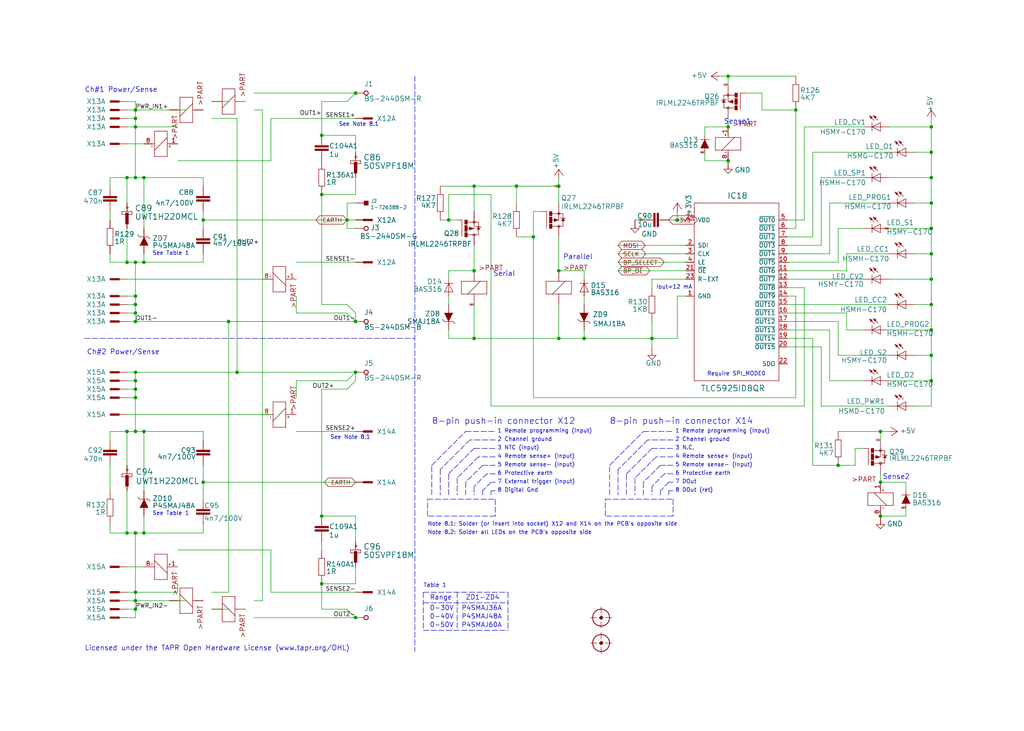
<source format=kicad_sch>
(kicad_sch (version 20210406) (generator eeschema)
  (paper "User" 307.213 219.456)
  (title_block (title "EEZ PSU consolidated") (rev "r5B13a") (comment 3 "Output terminal protection") (comment 4 "Remote sensing and outputs interconnector"))
  (junction (at 38.1 53.34) (diameter 0.9144))
  (junction (at 38.1 78.74) (diameter 0.9144))
  (junction (at 38.1 129.54) (diameter 0.9144))
  (junction (at 38.1 160.02) (diameter 0.9144))
  (junction (at 40.64 33.02) (diameter 0.9144))
  (junction (at 40.64 35.56) (diameter 0.9144))
  (junction (at 40.64 38.1) (diameter 0.9144))
  (junction (at 40.64 53.34) (diameter 0.9144))
  (junction (at 40.64 78.74) (diameter 0.9144))
  (junction (at 40.64 88.9) (diameter 0.9144))
  (junction (at 40.64 91.44) (diameter 0.9144))
  (junction (at 40.64 93.98) (diameter 0.9144))
  (junction (at 40.64 96.52) (diameter 0.9144))
  (junction (at 40.64 111.76) (diameter 0.9144))
  (junction (at 40.64 114.3) (diameter 0.9144))
  (junction (at 40.64 116.84) (diameter 0.9144))
  (junction (at 40.64 119.38) (diameter 0.9144))
  (junction (at 40.64 129.54) (diameter 0.9144))
  (junction (at 40.64 160.02) (diameter 0.9144))
  (junction (at 40.64 177.8) (diameter 0.9144))
  (junction (at 40.64 180.34) (diameter 0.9144))
  (junction (at 40.64 182.88) (diameter 0.9144))
  (junction (at 43.18 53.34) (diameter 0.9144))
  (junction (at 43.18 78.74) (diameter 0.9144))
  (junction (at 43.18 129.54) (diameter 0.9144))
  (junction (at 43.18 160.02) (diameter 0.9144))
  (junction (at 60.96 66.04) (diameter 0.9144))
  (junction (at 60.96 144.78) (diameter 0.9144))
  (junction (at 68.58 96.52) (diameter 0.9144))
  (junction (at 71.12 111.76) (diameter 0.9144))
  (junction (at 96.52 40.64) (diameter 0.9144))
  (junction (at 96.52 58.42) (diameter 0.9144))
  (junction (at 96.52 154.94) (diameter 0.9144))
  (junction (at 96.52 175.26) (diameter 0.9144))
  (junction (at 104.14 66.04) (diameter 0.9144))
  (junction (at 106.68 27.94) (diameter 0.9144))
  (junction (at 106.68 96.52) (diameter 0.9144))
  (junction (at 106.68 111.76) (diameter 0.9144))
  (junction (at 106.68 185.42) (diameter 0.9144))
  (junction (at 134.62 66.04) (diameter 0.9144))
  (junction (at 142.24 55.88) (diameter 0.9144))
  (junction (at 142.24 81.28) (diameter 0.9144))
  (junction (at 142.24 101.6) (diameter 0.9144))
  (junction (at 154.94 55.88) (diameter 0.9144))
  (junction (at 160.02 71.12) (diameter 0.9144))
  (junction (at 167.64 55.88) (diameter 0.9144))
  (junction (at 167.64 81.28) (diameter 0.9144))
  (junction (at 167.64 101.6) (diameter 0.9144))
  (junction (at 175.26 101.6) (diameter 0.9144))
  (junction (at 195.58 101.6) (diameter 0.9144))
  (junction (at 203.2 66.04) (diameter 0.9144))
  (junction (at 218.44 22.86) (diameter 0.9144))
  (junction (at 218.44 38.1) (diameter 0.9144))
  (junction (at 218.44 48.26) (diameter 0.9144))
  (junction (at 238.76 33.02) (diameter 0.9144))
  (junction (at 251.46 139.7) (diameter 0.9144))
  (junction (at 264.16 129.54) (diameter 0.9144))
  (junction (at 264.16 144.78) (diameter 0.9144))
  (junction (at 264.16 154.94) (diameter 0.9144))
  (junction (at 279.4 38.1) (diameter 0.9144))
  (junction (at 279.4 45.72) (diameter 0.9144))
  (junction (at 279.4 53.34) (diameter 0.9144))
  (junction (at 279.4 60.96) (diameter 0.9144))
  (junction (at 279.4 68.58) (diameter 0.9144))
  (junction (at 279.4 76.2) (diameter 0.9144))
  (junction (at 279.4 83.82) (diameter 0.9144))
  (junction (at 279.4 91.44) (diameter 0.9144))
  (junction (at 279.4 99.06) (diameter 0.9144))
  (junction (at 279.4 106.68) (diameter 0.9144))
  (junction (at 279.4 114.3) (diameter 0.9144))
  (wire (pts (xy 33.02 53.34) (xy 33.02 55.88)))
  (wire (pts (xy 33.02 53.34) (xy 38.1 53.34)))
  (wire (pts (xy 33.02 63.5) (xy 33.02 66.04)))
  (wire (pts (xy 33.02 78.74) (xy 33.02 76.2)))
  (wire (pts (xy 33.02 129.54) (xy 33.02 132.08)))
  (wire (pts (xy 33.02 129.54) (xy 38.1 129.54)))
  (wire (pts (xy 33.02 139.7) (xy 33.02 147.32)))
  (wire (pts (xy 33.02 160.02) (xy 33.02 157.48)))
  (wire (pts (xy 33.02 160.02) (xy 38.1 160.02)))
  (wire (pts (xy 38.1 30.48) (xy 40.64 30.48)))
  (wire (pts (xy 38.1 33.02) (xy 40.64 33.02)))
  (wire (pts (xy 38.1 35.56) (xy 40.64 35.56)))
  (wire (pts (xy 38.1 38.1) (xy 40.64 38.1)))
  (wire (pts (xy 38.1 43.18) (xy 45.72 43.18)))
  (wire (pts (xy 38.1 53.34) (xy 38.1 60.96)))
  (wire (pts (xy 38.1 68.58) (xy 38.1 78.74)))
  (wire (pts (xy 38.1 78.74) (xy 33.02 78.74)))
  (wire (pts (xy 38.1 78.74) (xy 40.64 78.74)))
  (wire (pts (xy 38.1 83.82) (xy 81.28 83.82)))
  (wire (pts (xy 38.1 88.9) (xy 40.64 88.9)))
  (wire (pts (xy 38.1 91.44) (xy 40.64 91.44)))
  (wire (pts (xy 38.1 93.98) (xy 40.64 93.98)))
  (wire (pts (xy 38.1 96.52) (xy 40.64 96.52)))
  (wire (pts (xy 38.1 111.76) (xy 40.64 111.76)))
  (wire (pts (xy 38.1 114.3) (xy 40.64 114.3)))
  (wire (pts (xy 38.1 116.84) (xy 40.64 116.84)))
  (wire (pts (xy 38.1 119.38) (xy 40.64 119.38)))
  (wire (pts (xy 38.1 124.46) (xy 81.28 124.46)))
  (wire (pts (xy 38.1 129.54) (xy 38.1 139.7)))
  (wire (pts (xy 38.1 160.02) (xy 38.1 147.32)))
  (wire (pts (xy 38.1 170.18) (xy 45.72 170.18)))
  (wire (pts (xy 38.1 177.8) (xy 40.64 177.8)))
  (wire (pts (xy 38.1 180.34) (xy 40.64 180.34)))
  (wire (pts (xy 38.1 182.88) (xy 40.64 182.88)))
  (wire (pts (xy 38.1 185.42) (xy 40.64 185.42)))
  (wire (pts (xy 40.64 33.02) (xy 40.64 30.48)))
  (wire (pts (xy 40.64 33.02) (xy 55.88 33.02)))
  (wire (pts (xy 40.64 35.56) (xy 40.64 33.02)))
  (wire (pts (xy 40.64 38.1) (xy 40.64 35.56)))
  (wire (pts (xy 40.64 38.1) (xy 40.64 53.34)))
  (wire (pts (xy 40.64 53.34) (xy 38.1 53.34)))
  (wire (pts (xy 40.64 78.74) (xy 43.18 78.74)))
  (wire (pts (xy 40.64 88.9) (xy 40.64 78.74)))
  (wire (pts (xy 40.64 88.9) (xy 40.64 91.44)))
  (wire (pts (xy 40.64 91.44) (xy 40.64 93.98)))
  (wire (pts (xy 40.64 96.52) (xy 40.64 93.98)))
  (wire (pts (xy 40.64 96.52) (xy 68.58 96.52)))
  (wire (pts (xy 40.64 111.76) (xy 71.12 111.76)))
  (wire (pts (xy 40.64 114.3) (xy 40.64 111.76)))
  (wire (pts (xy 40.64 116.84) (xy 40.64 114.3)))
  (wire (pts (xy 40.64 119.38) (xy 40.64 116.84)))
  (wire (pts (xy 40.64 119.38) (xy 40.64 129.54)))
  (wire (pts (xy 40.64 129.54) (xy 38.1 129.54)))
  (wire (pts (xy 40.64 160.02) (xy 38.1 160.02)))
  (wire (pts (xy 40.64 177.8) (xy 40.64 160.02)))
  (wire (pts (xy 40.64 177.8) (xy 40.64 180.34)))
  (wire (pts (xy 40.64 180.34) (xy 40.64 182.88)))
  (wire (pts (xy 40.64 180.34) (xy 55.88 180.34)))
  (wire (pts (xy 40.64 185.42) (xy 40.64 182.88)))
  (wire (pts (xy 43.18 53.34) (xy 40.64 53.34)))
  (wire (pts (xy 43.18 53.34) (xy 60.96 53.34)))
  (wire (pts (xy 43.18 68.58) (xy 43.18 53.34)))
  (wire (pts (xy 43.18 78.74) (xy 43.18 76.2)))
  (wire (pts (xy 43.18 78.74) (xy 60.96 78.74)))
  (wire (pts (xy 43.18 129.54) (xy 40.64 129.54)))
  (wire (pts (xy 43.18 129.54) (xy 60.96 129.54)))
  (wire (pts (xy 43.18 147.32) (xy 43.18 129.54)))
  (wire (pts (xy 43.18 154.94) (xy 43.18 160.02)))
  (wire (pts (xy 43.18 160.02) (xy 40.64 160.02)))
  (wire (pts (xy 43.18 160.02) (xy 60.96 160.02)))
  (wire (pts (xy 53.34 38.1) (xy 40.64 38.1)))
  (wire (pts (xy 53.34 48.26) (xy 81.28 48.26)))
  (wire (pts (xy 53.34 165.1) (xy 81.28 165.1)))
  (wire (pts (xy 53.34 175.26) (xy 53.34 177.8)))
  (wire (pts (xy 53.34 177.8) (xy 40.64 177.8)))
  (wire (pts (xy 60.96 53.34) (xy 60.96 55.88)))
  (wire (pts (xy 60.96 63.5) (xy 60.96 66.04)))
  (wire (pts (xy 60.96 66.04) (xy 60.96 68.58)))
  (wire (pts (xy 60.96 66.04) (xy 104.14 66.04)))
  (wire (pts (xy 60.96 76.2) (xy 60.96 78.74)))
  (wire (pts (xy 60.96 129.54) (xy 60.96 132.08)))
  (wire (pts (xy 60.96 139.7) (xy 60.96 144.78)))
  (wire (pts (xy 60.96 144.78) (xy 60.96 149.86)))
  (wire (pts (xy 60.96 160.02) (xy 60.96 157.48)))
  (wire (pts (xy 63.5 30.48) (xy 68.58 30.48)))
  (wire (pts (xy 63.5 35.56) (xy 71.12 35.56)))
  (wire (pts (xy 63.5 177.8) (xy 68.58 177.8)))
  (wire (pts (xy 63.5 182.88) (xy 68.58 182.88)))
  (wire (pts (xy 68.58 96.52) (xy 106.68 96.52)))
  (wire (pts (xy 68.58 177.8) (xy 68.58 96.52)))
  (wire (pts (xy 71.12 35.56) (xy 71.12 111.76)))
  (wire (pts (xy 71.12 111.76) (xy 106.68 111.76)))
  (wire (pts (xy 76.2 27.94) (xy 106.68 27.94)))
  (wire (pts (xy 76.2 33.02) (xy 78.74 33.02)))
  (wire (pts (xy 76.2 185.42) (xy 106.68 185.42)))
  (wire (pts (xy 78.74 33.02) (xy 78.74 180.34)))
  (wire (pts (xy 78.74 180.34) (xy 76.2 180.34)))
  (wire (pts (xy 81.28 35.56) (xy 106.68 35.56)))
  (wire (pts (xy 81.28 48.26) (xy 81.28 35.56)))
  (wire (pts (xy 81.28 165.1) (xy 81.28 177.8)))
  (wire (pts (xy 81.28 177.8) (xy 106.68 177.8)))
  (wire (pts (xy 88.9 88.9) (xy 88.9 93.98)))
  (wire (pts (xy 88.9 93.98) (xy 104.14 93.98)))
  (wire (pts (xy 88.9 114.3) (xy 104.14 114.3)))
  (wire (pts (xy 88.9 119.38) (xy 88.9 114.3)))
  (wire (pts (xy 88.9 129.54) (xy 106.68 129.54)))
  (wire (pts (xy 96.52 30.48) (xy 104.14 30.48)))
  (wire (pts (xy 96.52 40.64) (xy 96.52 30.48)))
  (wire (pts (xy 96.52 40.64) (xy 106.68 40.64)))
  (wire (pts (xy 96.52 58.42) (xy 96.52 91.44)))
  (wire (pts (xy 96.52 58.42) (xy 106.68 58.42)))
  (wire (pts (xy 96.52 91.44) (xy 104.14 91.44)))
  (wire (pts (xy 96.52 116.84) (xy 104.14 116.84)))
  (wire (pts (xy 96.52 154.94) (xy 96.52 116.84)))
  (wire (pts (xy 96.52 154.94) (xy 106.68 154.94)))
  (wire (pts (xy 96.52 165.1) (xy 96.52 162.56)))
  (wire (pts (xy 96.52 175.26) (xy 96.52 182.88)))
  (wire (pts (xy 96.52 175.26) (xy 106.68 175.26)))
  (wire (pts (xy 96.52 182.88) (xy 104.14 182.88)))
  (wire (pts (xy 104.14 30.48) (xy 106.68 27.94)))
  (wire (pts (xy 104.14 60.96) (xy 104.14 66.04)))
  (wire (pts (xy 104.14 68.58) (xy 104.14 66.04)))
  (wire (pts (xy 104.14 91.44) (xy 106.68 93.98)))
  (wire (pts (xy 104.14 93.98) (xy 106.68 96.52)))
  (wire (pts (xy 104.14 114.3) (xy 106.68 111.76)))
  (wire (pts (xy 104.14 116.84) (xy 106.68 114.3)))
  (wire (pts (xy 104.14 182.88) (xy 106.68 185.42)))
  (wire (pts (xy 106.68 40.64) (xy 106.68 45.72)))
  (wire (pts (xy 106.68 58.42) (xy 106.68 53.34)))
  (wire (pts (xy 106.68 60.96) (xy 104.14 60.96)))
  (wire (pts (xy 106.68 66.04) (xy 104.14 66.04)))
  (wire (pts (xy 106.68 68.58) (xy 104.14 68.58)))
  (wire (pts (xy 106.68 78.74) (xy 88.9 78.74)))
  (wire (pts (xy 106.68 93.98) (xy 106.68 96.52)))
  (wire (pts (xy 106.68 114.3) (xy 106.68 111.76)))
  (wire (pts (xy 106.68 144.78) (xy 60.96 144.78)))
  (wire (pts (xy 106.68 154.94) (xy 106.68 162.56)))
  (wire (pts (xy 106.68 175.26) (xy 106.68 170.18)))
  (wire (pts (xy 134.62 58.42) (xy 134.62 66.04)))
  (wire (pts (xy 134.62 58.42) (xy 147.32 58.42)))
  (wire (pts (xy 134.62 66.04) (xy 132.08 66.04)))
  (wire (pts (xy 134.62 81.28) (xy 134.62 83.82)))
  (wire (pts (xy 134.62 91.44) (xy 134.62 88.9)))
  (wire (pts (xy 134.62 101.6) (xy 134.62 99.06)))
  (wire (pts (xy 137.16 66.04) (xy 134.62 66.04)))
  (wire (pts (xy 142.24 55.88) (xy 132.08 55.88)))
  (wire (pts (xy 142.24 55.88) (xy 154.94 55.88)))
  (wire (pts (xy 142.24 63.5) (xy 142.24 55.88)))
  (wire (pts (xy 142.24 73.66) (xy 142.24 81.28)))
  (wire (pts (xy 142.24 81.28) (xy 134.62 81.28)))
  (wire (pts (xy 142.24 91.44) (xy 142.24 101.6)))
  (wire (pts (xy 142.24 101.6) (xy 134.62 101.6)))
  (wire (pts (xy 142.24 101.6) (xy 167.64 101.6)))
  (wire (pts (xy 147.32 121.92) (xy 147.32 58.42)))
  (wire (pts (xy 154.94 55.88) (xy 167.64 55.88)))
  (wire (pts (xy 154.94 60.96) (xy 154.94 55.88)))
  (wire (pts (xy 154.94 71.12) (xy 160.02 71.12)))
  (wire (pts (xy 160.02 63.5) (xy 162.56 63.5)))
  (wire (pts (xy 160.02 71.12) (xy 160.02 63.5)))
  (wire (pts (xy 160.02 119.38) (xy 160.02 71.12)))
  (wire (pts (xy 167.64 55.88) (xy 167.64 53.34)))
  (wire (pts (xy 167.64 55.88) (xy 167.64 60.96)))
  (wire (pts (xy 167.64 81.28) (xy 167.64 71.12)))
  (wire (pts (xy 167.64 81.28) (xy 175.26 81.28)))
  (wire (pts (xy 167.64 91.44) (xy 167.64 101.6)))
  (wire (pts (xy 167.64 101.6) (xy 175.26 101.6)))
  (wire (pts (xy 175.26 81.28) (xy 175.26 83.82)))
  (wire (pts (xy 175.26 91.44) (xy 175.26 88.9)))
  (wire (pts (xy 175.26 99.06) (xy 175.26 101.6)))
  (wire (pts (xy 175.26 101.6) (xy 195.58 101.6)))
  (wire (pts (xy 185.42 73.66) (xy 205.74 73.66)))
  (wire (pts (xy 185.42 76.2) (xy 205.74 76.2)))
  (wire (pts (xy 185.42 78.74) (xy 205.74 78.74)))
  (wire (pts (xy 185.42 81.28) (xy 205.74 81.28)))
  (wire (pts (xy 193.04 66.04) (xy 190.5 66.04)))
  (wire (pts (xy 195.58 83.82) (xy 195.58 86.36)))
  (wire (pts (xy 195.58 96.52) (xy 195.58 101.6)))
  (wire (pts (xy 195.58 101.6) (xy 203.2 101.6)))
  (wire (pts (xy 195.58 104.14) (xy 195.58 101.6)))
  (wire (pts (xy 200.66 66.04) (xy 203.2 66.04)))
  (wire (pts (xy 203.2 66.04) (xy 203.2 63.5)))
  (wire (pts (xy 203.2 66.04) (xy 205.74 66.04)))
  (wire (pts (xy 203.2 88.9) (xy 203.2 101.6)))
  (wire (pts (xy 205.74 83.82) (xy 195.58 83.82)))
  (wire (pts (xy 205.74 88.9) (xy 203.2 88.9)))
  (wire (pts (xy 211.455 38.1) (xy 211.455 40.64)))
  (wire (pts (xy 211.455 45.72) (xy 211.455 48.26)))
  (wire (pts (xy 211.455 48.26) (xy 218.44 48.26)))
  (wire (pts (xy 215.9 22.86) (xy 218.44 22.86)))
  (wire (pts (xy 218.44 22.86) (xy 238.76 22.86)))
  (wire (pts (xy 218.44 25.4) (xy 218.44 22.86)))
  (wire (pts (xy 218.44 35.56) (xy 218.44 38.1)))
  (wire (pts (xy 218.44 38.1) (xy 211.455 38.1)))
  (wire (pts (xy 223.52 27.94) (xy 228.6 27.94)))
  (wire (pts (xy 228.6 27.94) (xy 228.6 33.02)))
  (wire (pts (xy 228.6 33.02) (xy 238.76 33.02)))
  (wire (pts (xy 236.22 66.04) (xy 241.3 66.04)))
  (wire (pts (xy 236.22 68.58) (xy 238.76 68.58)))
  (wire (pts (xy 236.22 71.12) (xy 243.84 71.12)))
  (wire (pts (xy 236.22 73.66) (xy 246.38 73.66)))
  (wire (pts (xy 236.22 76.2) (xy 248.92 76.2)))
  (wire (pts (xy 236.22 78.74) (xy 251.46 78.74)))
  (wire (pts (xy 236.22 86.36) (xy 241.3 86.36)))
  (wire (pts (xy 236.22 88.9) (xy 238.76 88.9)))
  (wire (pts (xy 236.22 91.44) (xy 266.7 91.44)))
  (wire (pts (xy 236.22 93.98) (xy 254 93.98)))
  (wire (pts (xy 236.22 96.52) (xy 251.46 96.52)))
  (wire (pts (xy 236.22 99.06) (xy 248.92 99.06)))
  (wire (pts (xy 236.22 101.6) (xy 243.84 101.6)))
  (wire (pts (xy 236.22 104.14) (xy 246.38 104.14)))
  (wire (pts (xy 238.76 68.58) (xy 238.76 33.02)))
  (wire (pts (xy 238.76 88.9) (xy 238.76 119.38)))
  (wire (pts (xy 238.76 119.38) (xy 160.02 119.38)))
  (wire (pts (xy 241.3 66.04) (xy 241.3 38.1)))
  (wire (pts (xy 241.3 86.36) (xy 241.3 121.92)))
  (wire (pts (xy 241.3 121.92) (xy 147.32 121.92)))
  (wire (pts (xy 243.84 71.12) (xy 243.84 45.72)))
  (wire (pts (xy 243.84 101.6) (xy 243.84 139.7)))
  (wire (pts (xy 243.84 139.7) (xy 251.46 139.7)))
  (wire (pts (xy 246.38 53.34) (xy 259.08 53.34)))
  (wire (pts (xy 246.38 73.66) (xy 246.38 53.34)))
  (wire (pts (xy 246.38 104.14) (xy 246.38 121.92)))
  (wire (pts (xy 248.92 60.96) (xy 266.7 60.96)))
  (wire (pts (xy 248.92 76.2) (xy 248.92 60.96)))
  (wire (pts (xy 248.92 99.06) (xy 248.92 114.3)))
  (wire (pts (xy 248.92 114.3) (xy 259.08 114.3)))
  (wire (pts (xy 251.46 68.58) (xy 259.08 68.58)))
  (wire (pts (xy 251.46 78.74) (xy 251.46 68.58)))
  (wire (pts (xy 251.46 96.52) (xy 251.46 106.68)))
  (wire (pts (xy 251.46 106.68) (xy 266.7 106.68)))
  (wire (pts (xy 254 76.2) (xy 254 81.28)))
  (wire (pts (xy 254 81.28) (xy 236.22 81.28)))
  (wire (pts (xy 254 93.98) (xy 254 99.06)))
  (wire (pts (xy 254 99.06) (xy 259.08 99.06)))
  (wire (pts (xy 256.54 134.62) (xy 259.08 134.62)))
  (wire (pts (xy 256.54 139.7) (xy 251.46 139.7)))
  (wire (pts (xy 256.54 139.7) (xy 256.54 134.62)))
  (wire (pts (xy 259.08 38.1) (xy 241.3 38.1)))
  (wire (pts (xy 259.08 83.82) (xy 236.22 83.82)))
  (wire (pts (xy 264.16 129.54) (xy 251.46 129.54)))
  (wire (pts (xy 264.16 132.08) (xy 264.16 129.54)))
  (wire (pts (xy 264.16 142.24) (xy 264.16 144.78)))
  (wire (pts (xy 264.16 144.78) (xy 271.78 144.78)))
  (wire (pts (xy 266.7 38.1) (xy 279.4 38.1)))
  (wire (pts (xy 266.7 45.72) (xy 243.84 45.72)))
  (wire (pts (xy 266.7 53.34) (xy 279.4 53.34)))
  (wire (pts (xy 266.7 68.58) (xy 279.4 68.58)))
  (wire (pts (xy 266.7 76.2) (xy 254 76.2)))
  (wire (pts (xy 266.7 83.82) (xy 279.4 83.82)))
  (wire (pts (xy 266.7 99.06) (xy 279.4 99.06)))
  (wire (pts (xy 266.7 114.3) (xy 279.4 114.3)))
  (wire (pts (xy 266.7 121.92) (xy 246.38 121.92)))
  (wire (pts (xy 266.7 129.54) (xy 264.16 129.54)))
  (wire (pts (xy 271.78 144.78) (xy 271.78 147.32)))
  (wire (pts (xy 271.78 152.4) (xy 271.78 154.94)))
  (wire (pts (xy 271.78 154.94) (xy 264.16 154.94)))
  (wire (pts (xy 274.32 45.72) (xy 279.4 45.72)))
  (wire (pts (xy 274.32 60.96) (xy 279.4 60.96)))
  (wire (pts (xy 274.32 76.2) (xy 279.4 76.2)))
  (wire (pts (xy 274.32 91.44) (xy 279.4 91.44)))
  (wire (pts (xy 274.32 106.68) (xy 279.4 106.68)))
  (wire (pts (xy 274.32 121.92) (xy 279.4 121.92)))
  (wire (pts (xy 279.4 38.1) (xy 279.4 35.56)))
  (wire (pts (xy 279.4 38.1) (xy 279.4 45.72)))
  (wire (pts (xy 279.4 45.72) (xy 279.4 53.34)))
  (wire (pts (xy 279.4 53.34) (xy 279.4 60.96)))
  (wire (pts (xy 279.4 60.96) (xy 279.4 68.58)))
  (wire (pts (xy 279.4 76.2) (xy 279.4 68.58)))
  (wire (pts (xy 279.4 83.82) (xy 279.4 76.2)))
  (wire (pts (xy 279.4 91.44) (xy 279.4 83.82)))
  (wire (pts (xy 279.4 99.06) (xy 279.4 91.44)))
  (wire (pts (xy 279.4 99.06) (xy 279.4 106.68)))
  (wire (pts (xy 279.4 106.68) (xy 279.4 114.3)))
  (wire (pts (xy 279.4 121.92) (xy 279.4 114.3)))
  (polyline (pts (xy 25.4 101.6) (xy 124.46 101.6)) (stroke (width 0) (type dash)))
  (polyline (pts (xy 124.46 22.86) (xy 124.46 195.58)) (stroke (width 0) (type dash)))
  (polyline (pts (xy 127 177.8) (xy 127 189.23)) (stroke (width 0) (type dash)))
  (polyline (pts (xy 127 177.8) (xy 152.4 177.8)) (stroke (width 0) (type dash)))
  (polyline (pts (xy 127 180.975) (xy 152.4 180.975)) (stroke (width 0) (type dash)))
  (polyline (pts (xy 127 189.23) (xy 152.4 189.23)) (stroke (width 0) (type dash)))
  (polyline (pts (xy 128.27 149.86) (xy 148.59 149.86)) (stroke (width 0) (type dash)))
  (polyline (pts (xy 128.27 154.94) (xy 128.27 149.86)) (stroke (width 0) (type dash)))
  (polyline (pts (xy 129.54 139.7) (xy 139.7 129.54)) (stroke (width 0) (type dash)))
  (polyline (pts (xy 129.54 148.59) (xy 129.54 139.7)) (stroke (width 0) (type dash)))
  (polyline (pts (xy 132.08 140.97) (xy 132.08 148.59)) (stroke (width 0) (type dash)))
  (polyline (pts (xy 134.62 142.24) (xy 142.24 134.62)) (stroke (width 0) (type dash)))
  (polyline (pts (xy 134.62 148.59) (xy 134.62 142.24)) (stroke (width 0) (type dash)))
  (polyline (pts (xy 137.16 143.51) (xy 137.16 148.59)) (stroke (width 0) (type dash)))
  (polyline (pts (xy 137.16 177.8) (xy 137.16 189.23)) (stroke (width 0) (type dash)))
  (polyline (pts (xy 139.7 129.54) (xy 148.59 129.54)) (stroke (width 0) (type dash)))
  (polyline (pts (xy 139.7 144.78) (xy 139.7 148.59)) (stroke (width 0) (type dash)))
  (polyline (pts (xy 140.97 132.08) (xy 132.08 140.97)) (stroke (width 0) (type dash)))
  (polyline (pts (xy 142.24 134.62) (xy 148.59 134.62)) (stroke (width 0) (type dash)))
  (polyline (pts (xy 142.24 146.05) (xy 142.24 148.59)) (stroke (width 0) (type dash)))
  (polyline (pts (xy 143.51 137.16) (xy 137.16 143.51)) (stroke (width 0) (type dash)))
  (polyline (pts (xy 144.78 139.7) (xy 139.7 144.78)) (stroke (width 0) (type dash)))
  (polyline (pts (xy 144.78 147.32) (xy 144.78 148.59)) (stroke (width 0) (type dash)))
  (polyline (pts (xy 146.05 142.24) (xy 142.24 146.05)) (stroke (width 0) (type dash)))
  (polyline (pts (xy 147.32 144.78) (xy 144.78 147.32)) (stroke (width 0) (type dash)))
  (polyline (pts (xy 147.32 144.78) (xy 148.59 144.78)) (stroke (width 0) (type dash)))
  (polyline (pts (xy 147.32 148.59) (xy 147.32 147.32)) (stroke (width 0) (type dash)))
  (polyline (pts (xy 148.59 132.08) (xy 140.97 132.08)) (stroke (width 0) (type dash)))
  (polyline (pts (xy 148.59 137.16) (xy 143.51 137.16)) (stroke (width 0) (type dash)))
  (polyline (pts (xy 148.59 139.7) (xy 144.78 139.7)) (stroke (width 0) (type dash)))
  (polyline (pts (xy 148.59 142.24) (xy 146.05 142.24)) (stroke (width 0) (type dash)))
  (polyline (pts (xy 148.59 147.32) (xy 147.32 147.32)) (stroke (width 0) (type dash)))
  (polyline (pts (xy 148.59 149.86) (xy 148.59 154.94)) (stroke (width 0) (type dash)))
  (polyline (pts (xy 148.59 154.94) (xy 128.27 154.94)) (stroke (width 0) (type dash)))
  (polyline (pts (xy 152.4 177.8) (xy 152.4 189.23)) (stroke (width 0) (type dash)))
  (polyline (pts (xy 181.61 149.86) (xy 201.93 149.86)) (stroke (width 0) (type dash)))
  (polyline (pts (xy 181.61 154.94) (xy 181.61 149.86)) (stroke (width 0) (type dash)))
  (polyline (pts (xy 182.88 139.7) (xy 193.04 129.54)) (stroke (width 0) (type dash)))
  (polyline (pts (xy 182.88 148.59) (xy 182.88 139.7)) (stroke (width 0) (type dash)))
  (polyline (pts (xy 185.42 140.97) (xy 185.42 148.59)) (stroke (width 0) (type dash)))
  (polyline (pts (xy 187.96 142.24) (xy 195.58 134.62)) (stroke (width 0) (type dash)))
  (polyline (pts (xy 187.96 148.59) (xy 187.96 142.24)) (stroke (width 0) (type dash)))
  (polyline (pts (xy 190.5 143.51) (xy 190.5 148.59)) (stroke (width 0) (type dash)))
  (polyline (pts (xy 193.04 129.54) (xy 201.93 129.54)) (stroke (width 0) (type dash)))
  (polyline (pts (xy 193.04 144.78) (xy 193.04 148.59)) (stroke (width 0) (type dash)))
  (polyline (pts (xy 194.31 132.08) (xy 185.42 140.97)) (stroke (width 0) (type dash)))
  (polyline (pts (xy 195.58 134.62) (xy 201.93 134.62)) (stroke (width 0) (type dash)))
  (polyline (pts (xy 195.58 146.05) (xy 195.58 148.59)) (stroke (width 0) (type dash)))
  (polyline (pts (xy 196.85 137.16) (xy 190.5 143.51)) (stroke (width 0) (type dash)))
  (polyline (pts (xy 198.12 139.7) (xy 193.04 144.78)) (stroke (width 0) (type dash)))
  (polyline (pts (xy 198.12 147.32) (xy 198.12 148.59)) (stroke (width 0) (type dash)))
  (polyline (pts (xy 199.39 142.24) (xy 195.58 146.05)) (stroke (width 0) (type dash)))
  (polyline (pts (xy 200.66 144.78) (xy 198.12 147.32)) (stroke (width 0) (type dash)))
  (polyline (pts (xy 200.66 144.78) (xy 201.93 144.78)) (stroke (width 0) (type dash)))
  (polyline (pts (xy 200.66 148.59) (xy 200.66 147.32)) (stroke (width 0) (type dash)))
  (polyline (pts (xy 201.93 132.08) (xy 194.31 132.08)) (stroke (width 0) (type dash)))
  (polyline (pts (xy 201.93 137.16) (xy 196.85 137.16)) (stroke (width 0) (type dash)))
  (polyline (pts (xy 201.93 139.7) (xy 198.12 139.7)) (stroke (width 0) (type dash)))
  (polyline (pts (xy 201.93 142.24) (xy 199.39 142.24)) (stroke (width 0) (type dash)))
  (polyline (pts (xy 201.93 147.32) (xy 200.66 147.32)) (stroke (width 0) (type dash)))
  (polyline (pts (xy 201.93 149.86) (xy 201.93 154.94)) (stroke (width 0) (type dash)))
  (polyline (pts (xy 201.93 154.94) (xy 181.61 154.94)) (stroke (width 0) (type dash)))
  (text "Ch#1 Power/Sense" (at 25.4 27.94 0) (effects (font (size 1.4986 1.4986)) (justify left bottom)))
  (text "Licensed under the TAPR Open Hardware License (www.tapr.org/OHL)" (at 25.4 195.58 0) (effects (font (size 1.4986 1.4986)) (justify left bottom)))
  (text "Ch#2 Power/Sense" (at 26.035 106.68 0) (effects (font (size 1.4986 1.4986)) (justify left bottom)))
  (text "See Table 1" (at 45.72 76.835 0) (effects (font (size 1.1938 1.1938)) (justify left bottom)))
  (text "See Table 1" (at 45.72 154.94 0) (effects (font (size 1.1938 1.1938)) (justify left bottom)))
  (text "See Note 8.1" (at 99.06 132.08 0) (effects (font (size 1.1938 1.1938)) (justify left bottom)))
  (text "See Note 8.1" (at 101.6 38.1 0) (effects (font (size 1.1938 1.1938)) (justify left bottom)))
  (text "Table 1" (at 127 176.53 0) (effects (font (size 1.1938 1.1938)) (justify left bottom)))
  (text "Note 8.1: Solder (or insert into socket~) X12 and X14 on the PCB's opposite side" (at 128.27 158.115 0) (effects (font (size 1.1938 1.1938)) (justify left bottom)))
  (text "Note 8.2: Solder all LEDs on the PCB's opposite side" (at 128.27 160.655 0) (effects (font (size 1.1938 1.1938)) (justify left bottom)))
  (text "Range" (at 128.905 180.34 0) (effects (font (size 1.4224 1.4224)) (justify left bottom)))
  (text "0-30V" (at 128.905 183.515 0) (effects (font (size 1.4224 1.4224)) (justify left bottom)))
  (text "0-40V" (at 128.905 186.055 0) (effects (font (size 1.4224 1.4224)) (justify left bottom)))
  (text "0-50V" (at 128.905 188.595 0) (effects (font (size 1.4224 1.4224)) (justify left bottom)))
  (text "8-pin push-in connector X12" (at 129.54 127.635 0) (effects (font (size 1.8542 1.8542)) (justify left bottom)))
  (text "P4SMAJ36A" (at 138.43 183.515 0) (effects (font (size 1.4224 1.4224)) (justify left bottom)))
  (text "P4SMAJ48A" (at 138.43 186.055 0) (effects (font (size 1.4224 1.4224)) (justify left bottom)))
  (text "P4SMAJ60A" (at 138.43 188.595 0) (effects (font (size 1.4224 1.4224)) (justify left bottom)))
  (text "ZD1-ZD4" (at 139.7 180.34 0) (effects (font (size 1.4224 1.4224)) (justify left bottom)))
  (text "Serial" (at 147.955 83.185 0) (effects (font (size 1.4986 1.4986)) (justify left bottom)))
  (text "1 Remote programming (Input)" (at 149.225 130.175 0) (effects (font (size 1.1938 1.1938)) (justify left bottom)))
  (text "2 Channel ground" (at 149.225 132.715 0) (effects (font (size 1.1938 1.1938)) (justify left bottom)))
  (text "3 NTC (Input)" (at 149.225 135.255 0) (effects (font (size 1.1938 1.1938)) (justify left bottom)))
  (text "4 Remote sense+ (Input)" (at 149.225 137.795 0) (effects (font (size 1.1938 1.1938)) (justify left bottom)))
  (text "5 Remote sense- (Input)" (at 149.225 140.335 0) (effects (font (size 1.1938 1.1938)) (justify left bottom)))
  (text "6 Protective earth" (at 149.225 142.875 0) (effects (font (size 1.1938 1.1938)) (justify left bottom)))
  (text "7 External trigger (Input)" (at 149.225 145.415 0) (effects (font (size 1.1938 1.1938)) (justify left bottom)))
  (text "8 Digital Gnd" (at 149.225 147.955 0) (effects (font (size 1.1938 1.1938)) (justify left bottom)))
  (text "Parallel" (at 168.91 78.105 0) (effects (font (size 1.4986 1.4986)) (justify left bottom)))
  (text "8-pin push-in connector X14" (at 182.88 127.635 0) (effects (font (size 1.8542 1.8542)) (justify left bottom)))
  (text "Iout=12 mA" (at 196.85 86.995 0) (effects (font (size 1.1938 1.1938)) (justify left bottom)))
  (text "1 Remote programming (Input)" (at 202.565 130.175 0) (effects (font (size 1.1938 1.1938)) (justify left bottom)))
  (text "2 Channel ground" (at 202.565 132.715 0) (effects (font (size 1.1938 1.1938)) (justify left bottom)))
  (text "3 N.C." (at 202.565 135.255 0) (effects (font (size 1.1938 1.1938)) (justify left bottom)))
  (text "4 Remote sense+ (Input)" (at 202.565 137.795 0) (effects (font (size 1.1938 1.1938)) (justify left bottom)))
  (text "5 Remote sense- (Input)" (at 202.565 140.335 0) (effects (font (size 1.1938 1.1938)) (justify left bottom)))
  (text "6 Protective earth" (at 202.565 142.875 0) (effects (font (size 1.1938 1.1938)) (justify left bottom)))
  (text "7 DOut" (at 202.565 145.415 0) (effects (font (size 1.1938 1.1938)) (justify left bottom)))
  (text "8 DOut (ret)" (at 202.565 147.955 0) (effects (font (size 1.1938 1.1938)) (justify left bottom)))
  (text "Require SPI_MODE0" (at 212.09 113.03 0) (effects (font (size 1.1938 1.1938)) (justify left bottom)))
  (text "Sense1" (at 217.17 37.465 0) (effects (font (size 1.4986 1.4986)) (justify left bottom)))
  (text "Sense2" (at 264.795 144.145 0) (effects (font (size 1.4986 1.4986)) (justify left bottom)))
  (label "PWR_IN1+" (at 40.64 33.02 0))
  (label "OUT1-" (at 40.64 96.52 0))
  (label "PWR_IN2-" (at 40.64 182.88 0))
  (label "OUT2+" (at 71.12 73.66 0))
  (label "OUT1+" (at 96.52 34.925 180))
  (label "OUT2+" (at 100.33 116.84 180))
  (label "SENSE1+" (at 106.68 35.56 180))
  (label "SENSE1-" (at 106.68 78.74 180))
  (label "OUT1-" (at 106.68 96.52 180))
  (label "SENSE2+" (at 106.68 129.54 180))
  (label "SENSE2-" (at 106.68 177.8 180))
  (label "OUT2-" (at 106.68 185.42 180))
  (global_label "EARTH" (shape bidirectional) (at 104.14 66.04 180) (property "Intersheet References" "${INTERSHEET_REFS}" (effects hide)))
  (global_label "EARTH" (shape bidirectional) (at 106.68 144.78 180) (property "Intersheet References" "${INTERSHEET_REFS}" (effects hide)))
  (global_label "GND" (shape bidirectional) (at 142.24 91.44 180) (effects (font (size 0.254 0.254))) (property "Intersheet References" "${INTERSHEET_REFS}" (effects hide)))
  (global_label "+5V" (shape bidirectional) (at 167.64 55.88 180) (effects (font (size 0.254 0.254))) (property "Intersheet References" "${INTERSHEET_REFS}" (effects hide)))
  (global_label "MOSI" (shape bidirectional) (at 185.42 73.66 0) (property "Intersheet References" "${INTERSHEET_REFS}" (effects hide)))
  (global_label "SCLK" (shape bidirectional) (at 185.42 76.2 0) (property "Intersheet References" "${INTERSHEET_REFS}" (effects hide)))
  (global_label "BP_SELECT" (shape bidirectional) (at 185.42 78.74 0) (property "Intersheet References" "${INTERSHEET_REFS}" (effects hide)))
  (global_label "~BP_OE" (shape bidirectional) (at 185.42 81.28 0) (property "Intersheet References" "${INTERSHEET_REFS}" (effects hide)))
  (global_label "GND" (shape bidirectional) (at 193.04 66.04 180) (effects (font (size 0.254 0.254))) (property "Intersheet References" "${INTERSHEET_REFS}" (effects hide)))
  (global_label "+3V3" (shape bidirectional) (at 200.66 66.04 0) (property "Intersheet References" "${INTERSHEET_REFS}" (effects hide)))
  (global_label "GND" (shape bidirectional) (at 211.455 45.72 180) (effects (font (size 0.254 0.254))) (property "Intersheet References" "${INTERSHEET_REFS}" (effects hide)))
  (global_label "+5V" (shape bidirectional) (at 218.44 25.4 180) (effects (font (size 0.254 0.254))) (property "Intersheet References" "${INTERSHEET_REFS}" (effects hide)))
  (global_label "+5V" (shape bidirectional) (at 264.16 132.08 180) (effects (font (size 0.254 0.254))) (property "Intersheet References" "${INTERSHEET_REFS}" (effects hide)))
  (global_label "+5V" (shape bidirectional) (at 266.7 68.58 180) (effects (font (size 0.254 0.254))) (property "Intersheet References" "${INTERSHEET_REFS}" (effects hide)))
  (global_label "GND" (shape bidirectional) (at 271.78 152.4 180) (effects (font (size 0.254 0.254))) (property "Intersheet References" "${INTERSHEET_REFS}" (effects hide)))
  (symbol (lib_id "EEZ_PSU_consolidated_r5B13a-eagle-import:DINA4_L") (at 22.86 198.12 0)
    (property "Reference" "#FRAME9" (effects hide))
    (property "Value" "DINA4_L" (effects hide))
  )
  (symbol (lib_id "EEZ_PSU_consolidated_r5B13a-eagle-import:TSW-113-07-F-D") (at 38.1 30.48 0)
    (property "Reference" "X13" (at 31.75 29.591 0) (effects (font (size 1.4986 1.4986)) (justify right top)))
    (property "Value" "TSW-113-07-F-D" (effects hide))
    (property "Footprint" "EEZ PSU consolidated r5B13a:TSW-113-07-F-D" (effects hide))
  )
  (symbol (lib_id "EEZ_PSU_consolidated_r5B13a-eagle-import:TSW-113-07-F-D") (at 38.1 33.02 0)
    (property "Reference" "X13" (at 31.75 32.131 0) (effects (font (size 1.4986 1.4986)) (justify right top)))
    (property "Value" "TSW-113-07-F-D" (effects hide))
    (property "Footprint" "EEZ PSU consolidated r5B13a:TSW-113-07-F-D" (effects hide))
  )
  (symbol (lib_id "EEZ_PSU_consolidated_r5B13a-eagle-import:TSW-113-07-F-D") (at 38.1 35.56 0)
    (property "Reference" "X13" (at 31.75 34.671 0) (effects (font (size 1.4986 1.4986)) (justify right top)))
    (property "Value" "TSW-113-07-F-D" (effects hide))
    (property "Footprint" "EEZ PSU consolidated r5B13a:TSW-113-07-F-D" (effects hide))
  )
  (symbol (lib_id "EEZ_PSU_consolidated_r5B13a-eagle-import:TSW-113-07-F-D") (at 38.1 38.1 0)
    (property "Reference" "X13" (at 31.75 37.211 0) (effects (font (size 1.4986 1.4986)) (justify right top)))
    (property "Value" "TSW-113-07-F-D" (effects hide))
    (property "Footprint" "EEZ PSU consolidated r5B13a:TSW-113-07-F-D" (effects hide))
  )
  (symbol (lib_id "EEZ_PSU_consolidated_r5B13a-eagle-import:TSW-113-07-F-D") (at 38.1 43.18 0)
    (property "Reference" "X13" (at 31.75 42.291 0) (effects (font (size 1.4986 1.4986)) (justify right top)))
    (property "Value" "TSW-113-07-F-D" (effects hide))
    (property "Footprint" "EEZ PSU consolidated r5B13a:TSW-113-07-F-D" (effects hide))
  )
  (symbol (lib_id "EEZ_PSU_consolidated_r5B13a-eagle-import:TSW-113-07-F-D") (at 38.1 83.82 0)
    (property "Reference" "X13" (at 31.75 82.931 0) (effects (font (size 1.4986 1.4986)) (justify right top)))
    (property "Value" "TSW-113-07-F-D" (effects hide))
    (property "Footprint" "EEZ PSU consolidated r5B13a:TSW-113-07-F-D" (effects hide))
  )
  (symbol (lib_id "EEZ_PSU_consolidated_r5B13a-eagle-import:TSW-113-07-F-D") (at 38.1 88.9 0)
    (property "Reference" "X13" (at 31.75 88.011 0) (effects (font (size 1.4986 1.4986)) (justify right top)))
    (property "Value" "TSW-113-07-F-D" (effects hide))
    (property "Footprint" "EEZ PSU consolidated r5B13a:TSW-113-07-F-D" (effects hide))
  )
  (symbol (lib_id "EEZ_PSU_consolidated_r5B13a-eagle-import:TSW-113-07-F-D") (at 38.1 91.44 0)
    (property "Reference" "X13" (at 31.75 90.551 0) (effects (font (size 1.4986 1.4986)) (justify right top)))
    (property "Value" "TSW-113-07-F-D" (effects hide))
    (property "Footprint" "EEZ PSU consolidated r5B13a:TSW-113-07-F-D" (effects hide))
  )
  (symbol (lib_id "EEZ_PSU_consolidated_r5B13a-eagle-import:TSW-113-07-F-D") (at 38.1 93.98 0)
    (property "Reference" "X13" (at 31.75 93.091 0) (effects (font (size 1.4986 1.4986)) (justify right top)))
    (property "Value" "TSW-113-07-F-D" (effects hide))
    (property "Footprint" "EEZ PSU consolidated r5B13a:TSW-113-07-F-D" (effects hide))
  )
  (symbol (lib_id "EEZ_PSU_consolidated_r5B13a-eagle-import:TSW-113-07-F-D") (at 38.1 96.52 0)
    (property "Reference" "X13" (at 31.75 95.631 0) (effects (font (size 1.4986 1.4986)) (justify right top)))
    (property "Value" "TSW-113-07-F-D" (effects hide))
    (property "Footprint" "EEZ PSU consolidated r5B13a:TSW-113-07-F-D" (effects hide))
  )
  (symbol (lib_id "EEZ_PSU_consolidated_r5B13a-eagle-import:TSW-113-07-F-D") (at 38.1 111.76 0)
    (property "Reference" "X15" (at 31.75 110.871 0) (effects (font (size 1.4986 1.4986)) (justify right top)))
    (property "Value" "TSW-113-07-F-D" (effects hide))
    (property "Footprint" "EEZ PSU consolidated r5B13a:TSW-113-07-F-D" (effects hide))
  )
  (symbol (lib_id "EEZ_PSU_consolidated_r5B13a-eagle-import:TSW-113-07-F-D") (at 38.1 114.3 0)
    (property "Reference" "X15" (at 31.75 113.411 0) (effects (font (size 1.4986 1.4986)) (justify right top)))
    (property "Value" "TSW-113-07-F-D" (effects hide))
    (property "Footprint" "EEZ PSU consolidated r5B13a:TSW-113-07-F-D" (effects hide))
  )
  (symbol (lib_id "EEZ_PSU_consolidated_r5B13a-eagle-import:TSW-113-07-F-D") (at 38.1 116.84 0)
    (property "Reference" "X15" (at 31.75 115.951 0) (effects (font (size 1.4986 1.4986)) (justify right top)))
    (property "Value" "TSW-113-07-F-D" (effects hide))
    (property "Footprint" "EEZ PSU consolidated r5B13a:TSW-113-07-F-D" (effects hide))
  )
  (symbol (lib_id "EEZ_PSU_consolidated_r5B13a-eagle-import:TSW-113-07-F-D") (at 38.1 119.38 0)
    (property "Reference" "X15" (at 31.75 118.491 0) (effects (font (size 1.4986 1.4986)) (justify right top)))
    (property "Value" "TSW-113-07-F-D" (effects hide))
    (property "Footprint" "EEZ PSU consolidated r5B13a:TSW-113-07-F-D" (effects hide))
  )
  (symbol (lib_id "EEZ_PSU_consolidated_r5B13a-eagle-import:TSW-113-07-F-D") (at 38.1 124.46 0)
    (property "Reference" "X15" (at 31.75 123.571 0) (effects (font (size 1.4986 1.4986)) (justify right top)))
    (property "Value" "TSW-113-07-F-D" (effects hide))
    (property "Footprint" "EEZ PSU consolidated r5B13a:TSW-113-07-F-D" (effects hide))
  )
  (symbol (lib_id "EEZ_PSU_consolidated_r5B13a-eagle-import:TSW-113-07-F-D") (at 38.1 170.18 0)
    (property "Reference" "X15" (at 31.75 169.291 0) (effects (font (size 1.4986 1.4986)) (justify right top)))
    (property "Value" "TSW-113-07-F-D" (effects hide))
    (property "Footprint" "EEZ PSU consolidated r5B13a:TSW-113-07-F-D" (effects hide))
  )
  (symbol (lib_id "EEZ_PSU_consolidated_r5B13a-eagle-import:TSW-113-07-F-D") (at 38.1 177.8 0)
    (property "Reference" "X15" (at 31.75 176.911 0) (effects (font (size 1.4986 1.4986)) (justify right top)))
    (property "Value" "TSW-113-07-F-D" (effects hide))
    (property "Footprint" "EEZ PSU consolidated r5B13a:TSW-113-07-F-D" (effects hide))
  )
  (symbol (lib_id "EEZ_PSU_consolidated_r5B13a-eagle-import:TSW-113-07-F-D") (at 38.1 180.34 0)
    (property "Reference" "X15" (at 31.75 179.451 0) (effects (font (size 1.4986 1.4986)) (justify right top)))
    (property "Value" "TSW-113-07-F-D" (effects hide))
    (property "Footprint" "EEZ PSU consolidated r5B13a:TSW-113-07-F-D" (effects hide))
  )
  (symbol (lib_id "EEZ_PSU_consolidated_r5B13a-eagle-import:TSW-113-07-F-D") (at 38.1 182.88 0)
    (property "Reference" "X15" (at 31.75 181.991 0) (effects (font (size 1.4986 1.4986)) (justify right top)))
    (property "Value" "TSW-113-07-F-D" (effects hide))
    (property "Footprint" "EEZ PSU consolidated r5B13a:TSW-113-07-F-D" (effects hide))
  )
  (symbol (lib_id "EEZ_PSU_consolidated_r5B13a-eagle-import:TSW-113-07-F-D") (at 38.1 185.42 0)
    (property "Reference" "X15" (at 31.75 184.531 0) (effects (font (size 1.4986 1.4986)) (justify right top)))
    (property "Value" "TSW-113-07-F-D" (effects hide))
    (property "Footprint" "EEZ PSU consolidated r5B13a:TSW-113-07-F-D" (effects hide))
  )
  (symbol (lib_id "EEZ_PSU_consolidated_r5B13a-eagle-import:MC000006MIRROR") (at 106.68 35.56 180)
    (property "Reference" "X12" (at 113.03 36.449 0) (effects (font (size 1.4986 1.4986)) (justify right top)))
    (property "Value" "MC000006" (effects hide))
    (property "Footprint" "EEZ PSU consolidated r5B13a:MC000006_MIRROR" (effects hide))
  )
  (symbol (lib_id "EEZ_PSU_consolidated_r5B13a-eagle-import:MC000006MIRROR") (at 106.68 66.04 180)
    (property "Reference" "X12" (at 113.03 66.929 0) (effects (font (size 1.4986 1.4986)) (justify right top)))
    (property "Value" "MC000006" (effects hide))
    (property "Footprint" "EEZ PSU consolidated r5B13a:MC000006_MIRROR" (effects hide))
  )
  (symbol (lib_id "EEZ_PSU_consolidated_r5B13a-eagle-import:MC000006MIRROR") (at 106.68 78.74 180)
    (property "Reference" "X12" (at 113.03 79.629 0) (effects (font (size 1.4986 1.4986)) (justify right top)))
    (property "Value" "MC000006" (effects hide))
    (property "Footprint" "EEZ PSU consolidated r5B13a:MC000006_MIRROR" (effects hide))
  )
  (symbol (lib_id "EEZ_PSU_consolidated_r5B13a-eagle-import:MC000006MIRROR") (at 106.68 129.54 180)
    (property "Reference" "X14" (at 113.03 130.429 0) (effects (font (size 1.4986 1.4986)) (justify right top)))
    (property "Value" "MC000006" (effects hide))
    (property "Footprint" "EEZ PSU consolidated r5B13a:MC000006_MIRROR" (effects hide))
  )
  (symbol (lib_id "EEZ_PSU_consolidated_r5B13a-eagle-import:MC000006MIRROR") (at 106.68 144.78 180)
    (property "Reference" "X14" (at 113.03 145.669 0) (effects (font (size 1.4986 1.4986)) (justify right top)))
    (property "Value" "MC000006" (effects hide))
    (property "Footprint" "EEZ PSU consolidated r5B13a:MC000006_MIRROR" (effects hide))
  )
  (symbol (lib_id "EEZ_PSU_consolidated_r5B13a-eagle-import:MC000006MIRROR") (at 106.68 177.8 180)
    (property "Reference" "X14" (at 113.03 178.689 0) (effects (font (size 1.4986 1.4986)) (justify right top)))
    (property "Value" "MC000006" (effects hide))
    (property "Footprint" "EEZ PSU consolidated r5B13a:MC000006_MIRROR" (effects hide))
  )
  (symbol (lib_id "EEZ_PSU_consolidated_r5B13a-eagle-import:PCB_TAB4.8MM") (at 109.22 60.96 0)
    (property "Reference" "J2" (at 111.125 60.96 0) (effects (font (size 1.0668 1.0668)) (justify left bottom)))
    (property "Value" "1-726388-2" (at 111.125 62.865 0) (effects (font (size 1.0668 1.0668)) (justify left bottom)))
    (property "Footprint" "EEZ PSU consolidated r5B13a:PCB_TAB-4.8MM" (effects hide))
  )
  (symbol (lib_id "EEZ_PSU_consolidated_r5B13a-eagle-import:BINDING_POST-2") (at 109.22 27.94 0)
    (property "Reference" "J1" (at 109.22 26.035 0) (effects (font (size 1.4986 1.4986)) (justify left bottom)))
    (property "Value" "BS-244DSM-R" (at 109.22 30.48 0) (effects (font (size 1.4986 1.4986)) (justify left bottom)))
    (property "Footprint" "EEZ PSU consolidated r5B13a:BP_5_12" (effects hide))
  )
  (symbol (lib_id "EEZ_PSU_consolidated_r5B13a-eagle-import:BINDING_POST-2") (at 109.22 68.58 0)
    (property "Reference" "J3" (at 111.125 69.215 0) (effects (font (size 1.4986 1.4986)) (justify left bottom)))
    (property "Value" "BS-244DSM-G" (at 107.95 71.755 0) (effects (font (size 1.4986 1.4986)) (justify left bottom)))
    (property "Footprint" "EEZ PSU consolidated r5B13a:BP_5_12" (effects hide))
  )
  (symbol (lib_id "EEZ_PSU_consolidated_r5B13a-eagle-import:BINDING_POST-2") (at 109.22 96.52 0)
    (property "Reference" "J4" (at 109.22 94.615 0) (effects (font (size 1.4986 1.4986)) (justify left bottom)))
    (property "Value" "BS-244DSM-B" (at 109.22 99.06 0) (effects (font (size 1.4986 1.4986)) (justify left bottom)))
    (property "Footprint" "EEZ PSU consolidated r5B13a:BP_5_12" (effects hide))
  )
  (symbol (lib_id "EEZ_PSU_consolidated_r5B13a-eagle-import:BINDING_POST-2") (at 109.22 111.76 0)
    (property "Reference" "J5" (at 109.22 109.855 0) (effects (font (size 1.4986 1.4986)) (justify left bottom)))
    (property "Value" "BS-244DSM-R" (at 109.22 114.3 0) (effects (font (size 1.4986 1.4986)) (justify left bottom)))
    (property "Footprint" "EEZ PSU consolidated r5B13a:BP_5_12" (effects hide))
  )
  (symbol (lib_id "EEZ_PSU_consolidated_r5B13a-eagle-import:BINDING_POST-2") (at 109.22 185.42 0)
    (property "Reference" "J6" (at 109.22 183.515 0) (effects (font (size 1.4986 1.4986)) (justify left bottom)))
    (property "Value" "BS-244DSM-B" (effects hide))
    (property "Footprint" "EEZ PSU consolidated r5B13a:BP_5_12" (effects hide))
  )
  (symbol (lib_id "EEZ_PSU_consolidated_r5B13a-eagle-import:+5V") (at 167.64 50.8 0)
    (property "Reference" "#P+020" (effects hide))
    (property "Value" "+5V" (at 167.64 50.8 90) (effects (font (size 1.4986 1.4986)) (justify left bottom)))
  )
  (symbol (lib_id "EEZ_PSU_consolidated_r5B13a-eagle-import:+3V3") (at 203.2 60.96 0)
    (property "Reference" "#+3V015" (effects hide))
    (property "Value" "+3V3" (at 205.74 58.42 90) (effects (font (size 1.4986 1.4986)) (justify right top)))
  )
  (symbol (lib_id "EEZ_PSU_consolidated_r5B13a-eagle-import:+5V") (at 213.36 22.86 90) (mirror x)
    (property "Reference" "#P+021" (effects hide))
    (property "Value" "+5V" (at 212.09 23.495 90) (effects (font (size 1.4986 1.4986)) (justify left bottom)))
  )
  (symbol (lib_id "EEZ_PSU_consolidated_r5B13a-eagle-import:+5V") (at 269.24 129.54 270)
    (property "Reference" "#P+022" (effects hide))
    (property "Value" "+5V" (at 269.875 130.175 90) (effects (font (size 1.4986 1.4986)) (justify left bottom)))
  )
  (symbol (lib_id "EEZ_PSU_consolidated_r5B13a-eagle-import:+5V") (at 279.4 33.02 0) (mirror y)
    (property "Reference" "#P+027" (effects hide))
    (property "Value" "+5V" (at 278.13 33.655 90) (effects (font (size 1.4986 1.4986)) (justify left bottom)))
  )
  (symbol (lib_id "EEZ_PSU_consolidated_r5B13a-eagle-import:GND") (at 190.5 68.58 0)
    (property "Reference" "#SUPPLY055" (effects hide))
    (property "Value" "GND" (at 192.405 71.12 0) (effects (font (size 1.4986 1.4986)) (justify left bottom)))
  )
  (symbol (lib_id "EEZ_PSU_consolidated_r5B13a-eagle-import:GND") (at 195.58 106.68 0)
    (property "Reference" "#SUPPLY053" (effects hide))
    (property "Value" "GND" (at 193.675 109.855 0) (effects (font (size 1.4986 1.4986)) (justify left bottom)))
  )
  (symbol (lib_id "EEZ_PSU_consolidated_r5B13a-eagle-import:GND") (at 218.44 50.8 0) (mirror y)
    (property "Reference" "#SUPPLY057" (effects hide))
    (property "Value" "GND" (at 220.345 50.165 0) (effects (font (size 1.4986 1.4986)) (justify right top)))
  )
  (symbol (lib_id "EEZ_PSU_consolidated_r5B13a-eagle-import:GND") (at 264.16 157.48 0)
    (property "Reference" "#SUPPLY058" (effects hide))
    (property "Value" "GND" (at 266.065 158.115 0) (effects (font (size 1.4986 1.4986)) (justify left bottom)))
  )
  (symbol (lib_id "EEZ_PSU_consolidated_r5B13a-eagle-import:DIODE-SOD323-W") (at 134.62 86.36 90)
    (property "Reference" "D14" (at 132.715 83.6676 90) (effects (font (size 1.4986 1.4986)) (justify left bottom)))
    (property "Value" "BAS316" (at 132.715 85.9536 90) (effects (font (size 1.4986 1.4986)) (justify left bottom)))
    (property "Footprint" "EEZ PSU consolidated r5B13a:SOD323-W" (effects hide))
  )
  (symbol (lib_id "EEZ_PSU_consolidated_r5B13a-eagle-import:DIODE-SOD323-W") (at 175.26 86.36 90)
    (property "Reference" "D15" (at 177.165 86.5124 90) (effects (font (size 1.4986 1.4986)) (justify right top)))
    (property "Value" "BAS316" (at 177.165 88.6714 90) (effects (font (size 1.4986 1.4986)) (justify right top)))
    (property "Footprint" "EEZ PSU consolidated r5B13a:SOD323-W" (effects hide))
  )
  (symbol (lib_id "EEZ_PSU_consolidated_r5B13a-eagle-import:DIODESOD323R") (at 211.455 43.18 90)
    (property "Reference" "D13" (at 209.55 41.1226 90) (effects (font (size 1.4986 1.4986)) (justify left bottom)))
    (property "Value" "BAS316" (at 209.55 42.7736 90) (effects (font (size 1.4986 1.4986)) (justify left bottom)))
    (property "Footprint" "EEZ PSU consolidated r5B13a:SOD323-R" (effects hide))
  )
  (symbol (lib_id "EEZ_PSU_consolidated_r5B13a-eagle-import:DIODESOD323R") (at 271.78 149.86 270) (mirror x)
    (property "Reference" "D16" (at 273.685 147.8026 90) (effects (font (size 1.4986 1.4986)) (justify left bottom)))
    (property "Value" "BAS316" (at 273.685 150.0886 90) (effects (font (size 1.4986 1.4986)) (justify left bottom)))
    (property "Footprint" "EEZ PSU consolidated r5B13a:SOD323-R" (effects hide))
  )
  (symbol (lib_id "EEZ_PSU_consolidated_r5B13a-eagle-import:R-EU_R0805") (at 33.02 71.12 270) (mirror x)
    (property "Reference" "R129" (at 34.29 69.4436 90) (effects (font (size 1.4986 1.4986)) (justify left bottom)))
    (property "Value" "1R" (at 34.29 71.628 90) (effects (font (size 1.4986 1.4986)) (justify left bottom)))
    (property "Footprint" "EEZ PSU consolidated r5B13a:R0805" (effects hide))
  )
  (symbol (lib_id "EEZ_PSU_consolidated_r5B13a-eagle-import:R-EU_R0805") (at 33.02 152.4 90)
    (property "Reference" "R132" (at 31.75 150.7236 90) (effects (font (size 1.4986 1.4986)) (justify left bottom)))
    (property "Value" "1R" (at 31.75 152.908 90) (effects (font (size 1.4986 1.4986)) (justify left bottom)))
    (property "Footprint" "EEZ PSU consolidated r5B13a:R0805" (effects hide))
  )
  (symbol (lib_id "EEZ_PSU_consolidated_r5B13a-eagle-import:R-EU_R0805") (at 96.52 53.34 270) (mirror x)
    (property "Reference" "R136A1" (at 97.79 51.6636 90) (effects (font (size 1.4986 1.4986)) (justify left bottom)))
    (property "Value" "1R" (at 97.79 53.848 90) (effects (font (size 1.4986 1.4986)) (justify left bottom)))
    (property "Footprint" "EEZ PSU consolidated r5B13a:R0805" (effects hide))
  )
  (symbol (lib_id "EEZ_PSU_consolidated_r5B13a-eagle-import:R-EU_R0805") (at 96.52 170.18 270) (mirror x)
    (property "Reference" "R140A1" (at 97.79 168.5036 90) (effects (font (size 1.4986 1.4986)) (justify left bottom)))
    (property "Value" "1R" (at 97.79 170.688 90) (effects (font (size 1.4986 1.4986)) (justify left bottom)))
    (property "Footprint" "EEZ PSU consolidated r5B13a:R0805" (effects hide))
  )
  (symbol (lib_id "EEZ_PSU_consolidated_r5B13a-eagle-import:R-EU_R0805") (at 132.08 60.96 90)
    (property "Reference" "R127" (at 130.81 58.6486 90) (effects (font (size 1.4986 1.4986)) (justify left bottom)))
    (property "Value" "4K7" (at 130.81 60.833 90) (effects (font (size 1.4986 1.4986)) (justify left bottom)))
    (property "Footprint" "EEZ PSU consolidated r5B13a:R0805" (effects hide))
  )
  (symbol (lib_id "EEZ_PSU_consolidated_r5B13a-eagle-import:R-EU_R0805") (at 154.94 66.04 90)
    (property "Reference" "R128" (at 153.67 65.8114 90) (effects (font (size 1.4986 1.4986)) (justify left top)))
    (property "Value" "4K7" (at 153.67 68.072 90) (effects (font (size 1.4986 1.4986)) (justify left top)))
    (property "Footprint" "EEZ PSU consolidated r5B13a:R0805" (effects hide))
  )
  (symbol (lib_id "EEZ_PSU_consolidated_r5B13a-eagle-import:R-EU_R0805") (at 195.58 91.44 90)
    (property "Reference" "R130" (at 194.31 89.7636 90) (effects (font (size 1.4986 1.4986)) (justify left bottom)))
    (property "Value" "1K8" (at 194.31 91.948 90) (effects (font (size 1.4986 1.4986)) (justify left bottom)))
    (property "Footprint" "EEZ PSU consolidated r5B13a:R0805" (effects hide))
  )
  (symbol (lib_id "EEZ_PSU_consolidated_r5B13a-eagle-import:R-EU_R0805") (at 238.76 27.94 270) (mirror x)
    (property "Reference" "R126" (at 240.03 26.2636 90) (effects (font (size 1.4986 1.4986)) (justify left bottom)))
    (property "Value" "4K7" (at 240.03 28.448 90) (effects (font (size 1.4986 1.4986)) (justify left bottom)))
    (property "Footprint" "EEZ PSU consolidated r5B13a:R0805" (effects hide))
  )
  (symbol (lib_id "EEZ_PSU_consolidated_r5B13a-eagle-import:R-EU_R0805") (at 251.46 134.62 90)
    (property "Reference" "R131" (at 250.19 132.9436 90) (effects (font (size 1.4986 1.4986)) (justify left bottom)))
    (property "Value" "4K7" (at 250.19 135.128 90) (effects (font (size 1.4986 1.4986)) (justify left bottom)))
    (property "Footprint" "EEZ PSU consolidated r5B13a:R0805" (effects hide))
  )
  (symbol (lib_id "EEZ_PSU_consolidated_r5B13a-eagle-import:PSMAXX") (at 43.18 71.12 270)
    (property "Reference" "ZD7" (at 45.72 72.39 90) (effects (font (size 1.4986 1.4986)) (justify left bottom)))
    (property "Value" "P4SMAJ48A" (at 45.72 74.549 90) (effects (font (size 1.4986 1.4986)) (justify left bottom)))
    (property "Footprint" "EEZ PSU consolidated r5B13a:DO214AC" (effects hide))
  )
  (symbol (lib_id "EEZ_PSU_consolidated_r5B13a-eagle-import:PSMAXX") (at 43.18 149.86 270)
    (property "Reference" "ZD10" (at 45.72 150.495 90) (effects (font (size 1.4986 1.4986)) (justify left bottom)))
    (property "Value" "P4SMAJ48A" (at 45.72 152.654 90) (effects (font (size 1.4986 1.4986)) (justify left bottom)))
    (property "Footprint" "EEZ PSU consolidated r5B13a:DO214AC" (effects hide))
  )
  (symbol (lib_id "EEZ_PSU_consolidated_r5B13a-eagle-import:PSMAXX") (at 134.62 96.52 90)
    (property "Reference" "ZD8" (at 132.08 93.345 90) (effects (font (size 1.4986 1.4986)) (justify left bottom)))
    (property "Value" "SMAJ18A" (at 132.08 95.631 90) (effects (font (size 1.4986 1.4986)) (justify left bottom)))
    (property "Footprint" "EEZ PSU consolidated r5B13a:DO214AC" (effects hide))
  )
  (symbol (lib_id "EEZ_PSU_consolidated_r5B13a-eagle-import:PSMAXX") (at 175.26 96.52 90)
    (property "Reference" "ZD9" (at 177.8 95.25 90) (effects (font (size 1.4986 1.4986)) (justify right top)))
    (property "Value" "SMAJ18A" (at 177.8 98.044 90) (effects (font (size 1.4986 1.4986)) (justify right top)))
    (property "Footprint" "EEZ PSU consolidated r5B13a:DO214AC" (effects hide))
  )
  (symbol (lib_id "EEZ_PSU_consolidated_r5B13a-eagle-import:EEE--CASE-E") (at 38.1 60.96 270)
    (property "Reference" "C89" (at 40.386 63.5 90) (effects (font (size 1.7526 1.7526)) (justify left bottom)))
    (property "Value" "UWT1H220MCL" (at 40.386 66.04 90) (effects (font (size 1.7526 1.7526)) (justify left bottom)))
    (property "Footprint" "EEZ PSU consolidated r5B13a:CAPAE830X650N" (effects hide))
  )
  (symbol (lib_id "EEZ_PSU_consolidated_r5B13a-eagle-import:EEE--CASE-E") (at 38.1 139.7 270)
    (property "Reference" "C94" (at 40.64 142.6464 90) (effects (font (size 1.7526 1.7526)) (justify left bottom)))
    (property "Value" "UWT1H220MCL" (at 40.64 145.415 90) (effects (font (size 1.7526 1.7526)) (justify left bottom)))
    (property "Footprint" "EEZ PSU consolidated r5B13a:CAPAE830X650N" (effects hide))
  )
  (symbol (lib_id "EEZ_PSU_consolidated_r5B13a-eagle-import:EEE--CASE-E") (at 106.68 45.72 270)
    (property "Reference" "C86" (at 108.966 48.26 90) (effects (font (size 1.7526 1.7526)) (justify left bottom)))
    (property "Value" "50SVPF18M" (at 108.966 50.8 90) (effects (font (size 1.7526 1.7526)) (justify left bottom)))
    (property "Footprint" "EEZ PSU consolidated r5B13a:CAPAE830X650N" (effects hide))
  )
  (symbol (lib_id "EEZ_PSU_consolidated_r5B13a-eagle-import:EEE--CASE-E") (at 106.68 162.56 270)
    (property "Reference" "C96" (at 108.966 165.1 90) (effects (font (size 1.7526 1.7526)) (justify left bottom)))
    (property "Value" "50SVPF18M" (at 108.966 167.64 90) (effects (font (size 1.7526 1.7526)) (justify left bottom)))
    (property "Footprint" "EEZ PSU consolidated r5B13a:CAPAE830X650N" (effects hide))
  )
  (symbol (lib_id "EEZ_PSU_consolidated_r5B13a-eagle-import:C-EUC0805") (at 33.02 58.42 0) (mirror y)
    (property "Reference" "C87" (at 30.861 58.674 0) (effects (font (size 1.4986 1.4986)) (justify left bottom)))
    (property "Value" "470n" (at 30.861 61.214 0) (effects (font (size 1.4986 1.4986)) (justify left bottom)))
    (property "Footprint" "EEZ PSU consolidated r5B13a:C0805" (effects hide))
  )
  (symbol (lib_id "EEZ_PSU_consolidated_r5B13a-eagle-import:C-EUC0805") (at 33.02 134.62 0)
    (property "Reference" "C92" (at 30.861 134.366 0) (effects (font (size 1.4986 1.4986)) (justify right top)))
    (property "Value" "470n" (at 30.861 136.906 0) (effects (font (size 1.4986 1.4986)) (justify right top)))
    (property "Footprint" "EEZ PSU consolidated r5B13a:C0805" (effects hide))
  )
  (symbol (lib_id "EEZ_PSU_consolidated_r5B13a-eagle-import:C-EUC1210") (at 60.96 58.42 0)
    (property "Reference" "C88" (at 58.166 56.896 0) (effects (font (size 1.4986 1.4986)) (justify right top)))
    (property "Value" "4n7/100V" (at 58.166 60.071 0) (effects (font (size 1.4986 1.4986)) (justify right top)))
    (property "Footprint" "EEZ PSU consolidated r5B13a:C1210" (effects hide))
  )
  (symbol (lib_id "EEZ_PSU_consolidated_r5B13a-eagle-import:C-EUC1210") (at 60.96 71.12 0)
    (property "Reference" "C91" (at 63.754 72.009 0) (effects (font (size 1.4986 1.4986)) (justify left bottom)))
    (property "Value" "4n7/100V" (at 63.754 73.914 0) (effects (font (size 1.4986 1.4986)) (justify left bottom)))
    (property "Footprint" "EEZ PSU consolidated r5B13a:C1210" (effects hide))
  )
  (symbol (lib_id "EEZ_PSU_consolidated_r5B13a-eagle-import:C-EUC1210") (at 60.96 134.62 0)
    (property "Reference" "C93" (at 58.801 134.366 0) (effects (font (size 1.4986 1.4986)) (justify right top)))
    (property "Value" "4n7/100V" (at 58.801 136.271 0) (effects (font (size 1.4986 1.4986)) (justify right top)))
    (property "Footprint" "EEZ PSU consolidated r5B13a:C1210" (effects hide))
  )
  (symbol (lib_id "EEZ_PSU_consolidated_r5B13a-eagle-import:C-EUC1210") (at 60.96 152.4 0)
    (property "Reference" "C95" (at 61.214 152.654 0) (effects (font (size 1.4986 1.4986)) (justify left bottom)))
    (property "Value" "4n7/100V" (at 61.214 156.464 0) (effects (font (size 1.4986 1.4986)) (justify left bottom)))
    (property "Footprint" "EEZ PSU consolidated r5B13a:C1210" (effects hide))
  )
  (symbol (lib_id "EEZ_PSU_consolidated_r5B13a-eagle-import:C-EUC0805") (at 96.52 43.18 0) (mirror y)
    (property "Reference" "C104A1" (at 98.679 42.926 0) (effects (font (size 1.4986 1.4986)) (justify right top)))
    (property "Value" "1u" (at 98.679 45.466 0) (effects (font (size 1.4986 1.4986)) (justify right top)))
    (property "Footprint" "EEZ PSU consolidated r5B13a:C0805" (effects hide))
  )
  (symbol (lib_id "EEZ_PSU_consolidated_r5B13a-eagle-import:C-EUC0805") (at 96.52 157.48 0) (mirror y)
    (property "Reference" "C109A1" (at 98.679 157.226 0) (effects (font (size 1.4986 1.4986)) (justify right top)))
    (property "Value" "1u" (at 98.679 159.766 0) (effects (font (size 1.4986 1.4986)) (justify right top)))
    (property "Footprint" "EEZ PSU consolidated r5B13a:C0805" (effects hide))
  )
  (symbol (lib_id "EEZ_PSU_consolidated_r5B13a-eagle-import:C-EUC1210") (at 198.12 66.04 270)
    (property "Reference" "C90" (at 195.707 63.9826 90) (effects (font (size 1.4986 1.4986)) (justify right top)))
    (property "Value" "10u" (at 195.707 66.5226 90) (effects (font (size 1.4986 1.4986)) (justify right top)))
    (property "Footprint" "EEZ PSU consolidated r5B13a:C1210" (effects hide))
  )
  (symbol (lib_id "EEZ_PSU_consolidated_r5B13a-eagle-import:LED0805") (at 261.62 38.1 270)
    (property "Reference" "LED_CV1" (at 259.842 35.814 90) (effects (font (size 1.4986 1.4986)) (justify right top)))
    (property "Value" "HSMY-C170" (at 259.842 38.735 90) (effects (font (size 1.4986 1.4986)) (justify right top)))
    (property "Footprint" "EEZ PSU consolidated r5B13a:LED_0805" (effects hide))
  )
  (symbol (lib_id "EEZ_PSU_consolidated_r5B13a-eagle-import:LEDHSMH-C170") (at 261.62 53.34 270)
    (property "Reference" "LED_SP1" (at 259.842 51.054 90) (effects (font (size 1.4986 1.4986)) (justify right top)))
    (property "Value" "HSMH-C170" (at 259.842 53.975 90) (effects (font (size 1.4986 1.4986)) (justify right top)))
    (property "Footprint" "EEZ PSU consolidated r5B13a:LED_HSMH-C170" (effects hide))
  )
  (symbol (lib_id "EEZ_PSU_consolidated_r5B13a-eagle-import:LED0805") (at 261.62 68.58 270)
    (property "Reference" "LED_S1" (at 265.938 67.691 90) (effects (font (size 1.4986 1.4986)) (justify left bottom)))
    (property "Value" "HSMY-C170" (at 265.938 70.485 90) (effects (font (size 1.4986 1.4986)) (justify left bottom)))
    (property "Footprint" "EEZ PSU consolidated r5B13a:LED_0805" (effects hide))
  )
  (symbol (lib_id "EEZ_PSU_consolidated_r5B13a-eagle-import:LED0805") (at 261.62 83.82 270)
    (property "Reference" "LED_CV2" (at 259.207 82.169 90) (effects (font (size 1.4986 1.4986)) (justify right top)))
    (property "Value" "HSMY-C170" (at 259.207 84.455 90) (effects (font (size 1.4986 1.4986)) (justify right top)))
    (property "Footprint" "EEZ PSU consolidated r5B13a:LED_0805" (effects hide))
  )
  (symbol (lib_id "EEZ_PSU_consolidated_r5B13a-eagle-import:LEDHSMH-C170") (at 261.62 99.06 270)
    (property "Reference" "LED_PROG2" (at 265.938 98.171 90) (effects (font (size 1.4986 1.4986)) (justify left bottom)))
    (property "Value" "HSMH-C170" (at 265.938 100.965 90) (effects (font (size 1.4986 1.4986)) (justify left bottom)))
    (property "Footprint" "EEZ PSU consolidated r5B13a:LED_HSMH-C170" (effects hide))
  )
  (symbol (lib_id "EEZ_PSU_consolidated_r5B13a-eagle-import:LED0805") (at 261.62 114.3 270)
    (property "Reference" "LED_O2" (at 265.938 113.411 90) (effects (font (size 1.4986 1.4986)) (justify left bottom)))
    (property "Value" "HSMG-C170" (at 265.938 116.205 90) (effects (font (size 1.4986 1.4986)) (justify left bottom)))
    (property "Footprint" "EEZ PSU consolidated r5B13a:LED_0805" (effects hide))
  )
  (symbol (lib_id "EEZ_PSU_consolidated_r5B13a-eagle-import:LED0805") (at 269.24 45.72 270)
    (property "Reference" "LED_O1" (at 268.097 44.831 90) (effects (font (size 1.4986 1.4986)) (justify right bottom)))
    (property "Value" "HSMG-C170" (at 268.097 47.625 90) (effects (font (size 1.4986 1.4986)) (justify right bottom)))
    (property "Footprint" "EEZ PSU consolidated r5B13a:LED_0805" (effects hide))
  )
  (symbol (lib_id "EEZ_PSU_consolidated_r5B13a-eagle-import:LEDHSMH-C170") (at 269.24 60.96 270)
    (property "Reference" "LED_PROG1" (at 267.462 60.071 90) (effects (font (size 1.4986 1.4986)) (justify right bottom)))
    (property "Value" "HSMH-C170" (at 267.462 62.865 90) (effects (font (size 1.4986 1.4986)) (justify right bottom)))
    (property "Footprint" "EEZ PSU consolidated r5B13a:LED_HSMH-C170" (effects hide))
  )
  (symbol (lib_id "EEZ_PSU_consolidated_r5B13a-eagle-import:LEDHSMH-C170") (at 269.24 76.2 270)
    (property "Reference" "LED_CC1" (at 266.827 73.914 90) (effects (font (size 1.4986 1.4986)) (justify right top)))
    (property "Value" "HSMH-C170" (at 266.827 76.835 90) (effects (font (size 1.4986 1.4986)) (justify right top)))
    (property "Footprint" "EEZ PSU consolidated r5B13a:LED_HSMH-C170" (effects hide))
  )
  (symbol (lib_id "EEZ_PSU_consolidated_r5B13a-eagle-import:LEDHSMH-C170") (at 269.24 91.44 270)
    (property "Reference" "LED_CC2" (at 266.192 89.154 90) (effects (font (size 1.4986 1.4986)) (justify right top)))
    (property "Value" "HSMH-C170" (at 266.192 92.075 90) (effects (font (size 1.4986 1.4986)) (justify right top)))
    (property "Footprint" "EEZ PSU consolidated r5B13a:LED_HSMH-C170" (effects hide))
  )
  (symbol (lib_id "EEZ_PSU_consolidated_r5B13a-eagle-import:LED0805") (at 269.24 106.68 270)
    (property "Reference" "LED_S2" (at 266.192 105.029 90) (effects (font (size 1.4986 1.4986)) (justify right top)))
    (property "Value" "HSMY-C170" (at 266.192 107.315 90) (effects (font (size 1.4986 1.4986)) (justify right top)))
    (property "Footprint" "EEZ PSU consolidated r5B13a:LED_0805" (effects hide))
  )
  (symbol (lib_id "EEZ_PSU_consolidated_r5B13a-eagle-import:LED0805") (at 269.24 121.92 270)
    (property "Reference" "LED_PWR1" (at 265.557 119.634 90) (effects (font (size 1.4986 1.4986)) (justify right top)))
    (property "Value" "HSMD-C170 " (at 265.557 122.555 90) (effects (font (size 1.4986 1.4986)) (justify right top)))
    (property "Footprint" "EEZ PSU consolidated r5B13a:LED_0805" (effects hide))
  )
  (symbol (lib_id "EEZ_PSU_consolidated_r5B13a-eagle-import:FIDUCIAL_2") (at 180.34 185.42 0)
    (property "Reference" "FM5" (effects hide))
    (property "Value" "FIDUCIAL_2" (effects hide))
    (property "Footprint" "EEZ PSU consolidated r5B13a:FIDUCIAL_DUAL" (effects hide))
  )
  (symbol (lib_id "EEZ_PSU_consolidated_r5B13a-eagle-import:FIDUCIAL_2") (at 180.34 193.04 0)
    (property "Reference" "FM6" (effects hide))
    (property "Value" "FIDUCIAL_2" (effects hide))
    (property "Footprint" "EEZ PSU consolidated r5B13a:FIDUCIAL_DUAL" (effects hide))
  )
  (symbol (lib_id "EEZ_PSU_consolidated_r5B13a-eagle-import:IRLML2246TRPBF") (at 139.7 68.58 0)
    (property "Reference" "Q28" (at 137.795 69.215 0) (effects (font (size 1.4986 1.4986)) (justify right top)))
    (property "Value" "IRLML2246TRPBF" (at 141.605 72.39 0) (effects (font (size 1.4986 1.4986)) (justify right top)))
    (property "Footprint" "EEZ PSU consolidated r5B13a:SOT95P237X112-3N" (effects hide))
  )
  (symbol (lib_id "EEZ_PSU_consolidated_r5B13a-eagle-import:IRLML2246TRPBF") (at 165.1 66.04 0)
    (property "Reference" "Q27" (at 168.275 60.325 0) (effects (font (size 1.4986 1.4986)) (justify left bottom)))
    (property "Value" "IRLML2246TRPBF" (at 168.275 62.865 0) (effects (font (size 1.4986 1.4986)) (justify left bottom)))
    (property "Footprint" "EEZ PSU consolidated r5B13a:SOT95P237X112-3N" (effects hide))
  )
  (symbol (lib_id "EEZ_PSU_consolidated_r5B13a-eagle-import:IRLML2246TRPBF") (at 220.98 30.48 0) (mirror y)
    (property "Reference" "Q26" (at 215.9 29.845 0) (effects (font (size 1.4986 1.4986)) (justify left bottom)))
    (property "Value" "IRLML2246TRPBF" (at 215.9 31.75 0) (effects (font (size 1.4986 1.4986)) (justify left bottom)))
    (property "Footprint" "EEZ PSU consolidated r5B13a:SOT95P237X112-3N" (effects hide))
  )
  (symbol (lib_id "EEZ_PSU_consolidated_r5B13a-eagle-import:IRLML2246TRPBF") (at 261.62 137.16 0)
    (property "Reference" "Q29" (at 266.7 136.525 0) (effects (font (size 1.4986 1.4986)) (justify left bottom)))
    (property "Value" "IRLML2246TRPBF" (at 266.7 138.43 0) (effects (font (size 1.4986 1.4986)) (justify left bottom)))
    (property "Footprint" "EEZ PSU consolidated r5B13a:SOT95P237X112-3N" (effects hide))
  )
  (symbol (lib_id "EEZ_PSU_consolidated_r5B13a-eagle-import:RELAY_RT314012-2") (at 55.88 33.02 270) (mirror x)
    (property "Reference" "K_PAR1" (effects hide))
    (property "Value" "RT424005" (effects hide))
    (property "Footprint" "EEZ PSU consolidated r5B13a:RT-C_016A5_ROUND" (effects hide))
  )
  (symbol (lib_id "EEZ_PSU_consolidated_r5B13a-eagle-import:RELAY_RT314012-2") (at 55.88 180.34 270)
    (property "Reference" "K_PAR1" (effects hide))
    (property "Value" "RT424005" (effects hide))
    (property "Footprint" "EEZ PSU consolidated r5B13a:RT-C_016A5_ROUND" (effects hide))
  )
  (symbol (lib_id "EEZ_PSU_consolidated_r5B13a-eagle-import:RELAY_RT314012-2") (at 68.58 30.48 270) (mirror x)
    (property "Reference" "K_SER1" (effects hide))
    (property "Value" "RT424005" (effects hide))
    (property "Footprint" "EEZ PSU consolidated r5B13a:RT-C_016A5_ROUND" (effects hide))
  )
  (symbol (lib_id "EEZ_PSU_consolidated_r5B13a-eagle-import:RELAY_RT314012-2") (at 68.58 182.88 270)
    (property "Reference" "K_SER1" (effects hide))
    (property "Value" "RT424005" (effects hide))
    (property "Footprint" "EEZ PSU consolidated r5B13a:RT-C_016A5_ROUND" (effects hide))
  )
  (symbol (lib_id "EEZ_PSU_consolidated_r5B13a-eagle-import:G6K-2F") (at 48.26 43.18 270) (mirror x)
    (property "Reference" "K_S1" (effects hide))
    (property "Value" "G6K-2F-5DC" (effects hide))
    (property "Footprint" "EEZ PSU consolidated r5B13a:G6K-2F" (effects hide))
  )
  (symbol (lib_id "EEZ_PSU_consolidated_r5B13a-eagle-import:G6K-2F") (at 48.26 170.18 270)
    (property "Reference" "K_S2" (effects hide))
    (property "Value" "G6K-2F-5DC" (effects hide))
    (property "Footprint" "EEZ PSU consolidated r5B13a:G6K-2F" (effects hide))
  )
  (symbol (lib_id "EEZ_PSU_consolidated_r5B13a-eagle-import:G6K-2F") (at 83.82 83.82 270)
    (property "Reference" "K_S1" (effects hide))
    (property "Value" "G6K-2F-5DC" (effects hide))
    (property "Footprint" "EEZ PSU consolidated r5B13a:G6K-2F" (effects hide))
  )
  (symbol (lib_id "EEZ_PSU_consolidated_r5B13a-eagle-import:G6K-2F") (at 83.82 124.46 270) (mirror x)
    (property "Reference" "K_S2" (effects hide))
    (property "Value" "G6K-2F-5DC" (effects hide))
    (property "Footprint" "EEZ PSU consolidated r5B13a:G6K-2F" (effects hide))
  )
  (symbol (lib_id "EEZ_PSU_consolidated_r5B13a-eagle-import:RELAY_RT314012-2") (at 142.24 86.36 0)
    (property "Reference" "K_SER1" (effects hide))
    (property "Value" "RT424005" (effects hide))
    (property "Footprint" "EEZ PSU consolidated r5B13a:RT-C_016A5_ROUND" (effects hide))
  )
  (symbol (lib_id "EEZ_PSU_consolidated_r5B13a-eagle-import:RELAY_RT314012-2") (at 167.64 86.36 0)
    (property "Reference" "K_PAR1" (effects hide))
    (property "Value" "RT424005" (effects hide))
    (property "Footprint" "EEZ PSU consolidated r5B13a:RT-C_016A5_ROUND" (effects hide))
  )
  (symbol (lib_id "EEZ_PSU_consolidated_r5B13a-eagle-import:G6K-2F") (at 218.44 43.18 0)
    (property "Reference" "K_S1" (effects hide))
    (property "Value" "G6K-2F-5DC" (effects hide))
    (property "Footprint" "EEZ PSU consolidated r5B13a:G6K-2F" (effects hide))
  )
  (symbol (lib_id "EEZ_PSU_consolidated_r5B13a-eagle-import:G6K-2F") (at 264.16 149.86 0) (mirror y)
    (property "Reference" "K_S2" (effects hide))
    (property "Value" "G6K-2F-5DC" (effects hide))
    (property "Footprint" "EEZ PSU consolidated r5B13a:G6K-2F" (effects hide))
  )
  (symbol (lib_id "EEZ_PSU_consolidated_r5B13a-eagle-import:TLC5925IDBQR") (at 220.98 88.9 0)
    (property "Reference" "IC18" (at 218.1606 59.7662 0) (effects (font (size 1.7526 1.7526)) (justify left bottom)))
    (property "Value" "TLC5925IDBQR" (at 210.1596 117.5766 0) (effects (font (size 1.7526 1.7526)) (justify left bottom)))
    (property "Footprint" "EEZ PSU consolidated r5B13a:SOP63P600X175-24N" (effects hide))
  )
)
</source>
